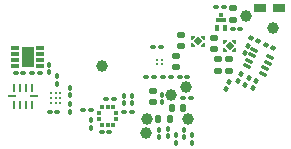
<source format=gbr>
%TF.GenerationSoftware,KiCad,Pcbnew,9.0.5*%
%TF.CreationDate,2025-10-30T22:03:55+01:00*%
%TF.ProjectId,36mm PCB,33366d6d-2050-4434-922e-6b696361645f,rev?*%
%TF.SameCoordinates,Original*%
%TF.FileFunction,Soldermask,Bot*%
%TF.FilePolarity,Negative*%
%FSLAX46Y46*%
G04 Gerber Fmt 4.6, Leading zero omitted, Abs format (unit mm)*
G04 Created by KiCad (PCBNEW 9.0.5) date 2025-10-30 22:03:55*
%MOMM*%
%LPD*%
G01*
G04 APERTURE LIST*
G04 Aperture macros list*
%AMRoundRect*
0 Rectangle with rounded corners*
0 $1 Rounding radius*
0 $2 $3 $4 $5 $6 $7 $8 $9 X,Y pos of 4 corners*
0 Add a 4 corners polygon primitive as box body*
4,1,4,$2,$3,$4,$5,$6,$7,$8,$9,$2,$3,0*
0 Add four circle primitives for the rounded corners*
1,1,$1+$1,$2,$3*
1,1,$1+$1,$4,$5*
1,1,$1+$1,$6,$7*
1,1,$1+$1,$8,$9*
0 Add four rect primitives between the rounded corners*
20,1,$1+$1,$2,$3,$4,$5,0*
20,1,$1+$1,$4,$5,$6,$7,0*
20,1,$1+$1,$6,$7,$8,$9,0*
20,1,$1+$1,$8,$9,$2,$3,0*%
%AMRotRect*
0 Rectangle, with rotation*
0 The origin of the aperture is its center*
0 $1 length*
0 $2 width*
0 $3 Rotation angle, in degrees counterclockwise*
0 Add horizontal line*
21,1,$1,$2,0,0,$3*%
%AMFreePoly0*
4,1,6,0.130000,-0.115000,-0.020000,-0.275000,-0.130000,-0.275000,-0.130000,0.115000,0.130000,0.115000,0.130000,-0.115000,0.130000,-0.115000,$1*%
%AMFreePoly1*
4,1,6,0.130000,-0.275000,0.020000,-0.275000,-0.130000,-0.115000,-0.130000,0.115000,0.130000,0.115000,0.130000,-0.275000,0.130000,-0.275000,$1*%
G04 Aperture macros list end*
%ADD10R,1.000000X0.800000*%
%ADD11RoundRect,0.100000X-0.100000X0.130000X-0.100000X-0.130000X0.100000X-0.130000X0.100000X0.130000X0*%
%ADD12RoundRect,0.100000X-0.130000X-0.100000X0.130000X-0.100000X0.130000X0.100000X-0.130000X0.100000X0*%
%ADD13C,1.000000*%
%ADD14RoundRect,0.100000X0.130000X0.100000X-0.130000X0.100000X-0.130000X-0.100000X0.130000X-0.100000X0*%
%ADD15R,0.280000X0.792000*%
%ADD16R,0.250000X0.792000*%
%ADD17R,0.800000X0.250000*%
%ADD18RoundRect,0.140000X0.170000X-0.140000X0.170000X0.140000X-0.170000X0.140000X-0.170000X-0.140000X0*%
%ADD19RoundRect,0.100000X-0.160082X-0.035690X0.075558X-0.145571X0.160082X0.035690X-0.075558X0.145571X0*%
%ADD20RoundRect,0.100000X-0.035690X0.160082X-0.145571X-0.075558X0.035690X-0.160082X0.145571X0.075558X0*%
%ADD21RoundRect,0.140000X-0.170000X0.140000X-0.170000X-0.140000X0.170000X-0.140000X0.170000X0.140000X0*%
%ADD22RoundRect,0.147500X0.147500X0.172500X-0.147500X0.172500X-0.147500X-0.172500X0.147500X-0.172500X0*%
%ADD23R,0.700000X0.300000*%
%ADD24R,1.000000X1.700000*%
%ADD25RoundRect,0.100000X0.035690X-0.160082X0.145571X0.075558X-0.035690X0.160082X-0.145571X-0.075558X0*%
%ADD26RoundRect,0.140000X0.140000X0.170000X-0.140000X0.170000X-0.140000X-0.170000X0.140000X-0.170000X0*%
%ADD27RoundRect,0.050000X-0.300560X0.029815X0.216036X-0.211077X0.300560X-0.029815X-0.216036X0.211077X0*%
%ADD28C,0.215000*%
%ADD29C,0.173000*%
%ADD30FreePoly0,90.000000*%
%ADD31FreePoly1,90.000000*%
%ADD32FreePoly0,270.000000*%
%ADD33FreePoly1,270.000000*%
%ADD34RotRect,0.520000X0.520000X225.000000*%
%ADD35RoundRect,0.100000X0.100000X-0.130000X0.100000X0.130000X-0.100000X0.130000X-0.100000X-0.130000X0*%
%ADD36R,0.325000X0.300000*%
%ADD37R,0.300000X0.325000*%
%ADD38R,0.350000X0.500000*%
%ADD39R,0.900000X0.440000*%
%ADD40R,0.300000X0.340000*%
G04 APERTURE END LIST*
D10*
%TO.C,J2*%
X165480000Y-95070000D03*
X167080000Y-95070000D03*
%TD*%
D11*
%TO.C,C13*%
X159080000Y-105380000D03*
X159080000Y-106020000D03*
%TD*%
D12*
%TO.C,C4*%
X146230000Y-100560000D03*
X146870000Y-100560000D03*
%TD*%
%TO.C,R18*%
X163180000Y-96830000D03*
X163820000Y-96830000D03*
%TD*%
D13*
%TO.C,TP17*%
X155890000Y-105660000D03*
%TD*%
D11*
%TO.C,C11*%
X148300000Y-100860000D03*
X148300000Y-101500000D03*
%TD*%
D14*
%TO.C,R13*%
X157930000Y-100900000D03*
X157290000Y-100900000D03*
%TD*%
D15*
%TO.C,IC8*%
X146180000Y-103291000D03*
D16*
X145680000Y-103291000D03*
X145180000Y-103291000D03*
X144680000Y-103291000D03*
D17*
X144480000Y-102550000D03*
D16*
X144680000Y-101809000D03*
X145180000Y-101809000D03*
X145680000Y-101809000D03*
X146180000Y-101809000D03*
D17*
X146380000Y-102550000D03*
%TD*%
D14*
%TO.C,R14*%
X156530000Y-100900000D03*
X155890000Y-100900000D03*
%TD*%
D18*
%TO.C,C29*%
X158820000Y-98280000D03*
X158820000Y-97320000D03*
%TD*%
D19*
%TO.C,CSPT1*%
X164769982Y-97614763D03*
X165350018Y-97885237D03*
%TD*%
D14*
%TO.C,C38*%
X159330000Y-100900000D03*
X158690000Y-100900000D03*
%TD*%
%TO.C,R5*%
X151190000Y-103680000D03*
X150550000Y-103680000D03*
%TD*%
D13*
%TO.C,TP20*%
X159280000Y-101790000D03*
%TD*%
D20*
%TO.C,R16*%
X164539999Y-100970000D03*
X164269525Y-101550036D03*
%TD*%
D21*
%TO.C,C24*%
X158390000Y-99140000D03*
X158390000Y-100100000D03*
%TD*%
D18*
%TO.C,C22*%
X163260000Y-96049999D03*
X163260000Y-95090001D03*
%TD*%
D13*
%TO.C,TP18*%
X155900000Y-104430000D03*
%TD*%
D22*
%TO.C,D2*%
X157845000Y-104450000D03*
X156875000Y-104450000D03*
%TD*%
D23*
%TO.C,IC3*%
X144800000Y-99950000D03*
X144800000Y-99450000D03*
X144800000Y-98950000D03*
X144800000Y-98450000D03*
X146900000Y-98450000D03*
X146900000Y-98950000D03*
X146900000Y-99450000D03*
X146900000Y-99950000D03*
D24*
X145850000Y-99200000D03*
%TD*%
D11*
%TO.C,R31*%
X156980000Y-105380000D03*
X156980000Y-106020000D03*
%TD*%
D25*
%TO.C,R15*%
X163639524Y-101260036D03*
X163910000Y-100680000D03*
%TD*%
D20*
%TO.C,C20*%
X165170000Y-101270000D03*
X164899524Y-101850036D03*
%TD*%
D11*
%TO.C,R10*%
X151220000Y-104550000D03*
X151220000Y-105190000D03*
%TD*%
D21*
%TO.C,C2*%
X161930000Y-99420000D03*
X161930000Y-100380000D03*
%TD*%
D26*
%TO.C,C19*%
X158980000Y-103520000D03*
X158020000Y-103520000D03*
%TD*%
D14*
%TO.C,C10*%
X152740000Y-105560000D03*
X152100000Y-105560000D03*
%TD*%
D13*
%TO.C,TP16*%
X152150000Y-100000000D03*
%TD*%
D14*
%TO.C,R17*%
X162420000Y-95010000D03*
X161780000Y-95010000D03*
%TD*%
D27*
%TO.C,TPS3424A11C13ADRLR1*%
X164402368Y-99986994D03*
X164613677Y-99533839D03*
X164824987Y-99080686D03*
X165036297Y-98627533D03*
X166377632Y-99253006D03*
X166166323Y-99706161D03*
X165955013Y-100159314D03*
X165743703Y-100612467D03*
%TD*%
D13*
%TO.C,TP19*%
X158010000Y-102460000D03*
%TD*%
%TO.C,J3*%
X166612885Y-96788273D03*
X164347115Y-95731727D03*
%TD*%
D28*
%TO.C,IC2*%
X148610000Y-103100000D03*
X148610000Y-102700000D03*
X148610000Y-102300000D03*
X148210000Y-103100000D03*
X148210000Y-102700000D03*
X148210000Y-102300000D03*
X147810000Y-103100000D03*
X147810000Y-102700000D03*
X147810000Y-102300000D03*
%TD*%
D21*
%TO.C,C35*%
X156430000Y-102050000D03*
X156430000Y-103010000D03*
%TD*%
D29*
%TO.C,IC7*%
X157210000Y-99430000D03*
X156810000Y-99430000D03*
X157210000Y-99830000D03*
X156810000Y-99830000D03*
%TD*%
D11*
%TO.C,C12*%
X159780000Y-105820000D03*
X159780000Y-106460000D03*
%TD*%
D12*
%TO.C,C14*%
X159020000Y-102710000D03*
X159660000Y-102710000D03*
%TD*%
D30*
%TO.C,LDLN025PU2*%
X159785000Y-98215000D03*
D31*
X159785000Y-97565000D03*
D32*
X160755000Y-97565000D03*
D33*
X160755000Y-98215000D03*
D34*
X160270000Y-97890000D03*
%TD*%
D12*
%TO.C,R11*%
X154010000Y-103870000D03*
X154650000Y-103870000D03*
%TD*%
D11*
%TO.C,R4*%
X149390000Y-101800000D03*
X149390000Y-102440000D03*
%TD*%
D14*
%TO.C,R9*%
X153140000Y-102740000D03*
X152500000Y-102740000D03*
%TD*%
D35*
%TO.C,C36*%
X158380000Y-106470000D03*
X158380000Y-105830000D03*
%TD*%
D30*
%TO.C,LDLN025PU1*%
X162445000Y-98585000D03*
D31*
X162445000Y-97935001D03*
D32*
X163415000Y-97935000D03*
D33*
X163415000Y-98584999D03*
D34*
X162930000Y-98260000D03*
%TD*%
D21*
%TO.C,C30*%
X161590000Y-97590000D03*
X161590000Y-98550000D03*
%TD*%
D35*
%TO.C,R29*%
X153950000Y-103140000D03*
X153950000Y-102500000D03*
%TD*%
D19*
%TO.C,CLPT1*%
X166029982Y-98204762D03*
X166610018Y-98475238D03*
%TD*%
D14*
%TO.C,C9*%
X148340000Y-103870000D03*
X147700000Y-103870000D03*
%TD*%
D35*
%TO.C,R3*%
X149390000Y-103840000D03*
X149390000Y-103200000D03*
%TD*%
D36*
%TO.C,U1*%
X151850000Y-104440000D03*
X151850000Y-103940000D03*
D37*
X152100000Y-103415000D03*
X152600000Y-103415000D03*
X153100000Y-103415000D03*
D36*
X153350000Y-103940000D03*
X153350000Y-104440000D03*
D37*
X153100000Y-104965000D03*
X152600000Y-104965000D03*
X152100000Y-104965000D03*
%TD*%
D25*
%TO.C,R27*%
X162584762Y-101880018D03*
X162855238Y-101299982D03*
%TD*%
D38*
%TO.C,Q7*%
X162525000Y-96760000D03*
X161875000Y-96760000D03*
D39*
X162200000Y-96070000D03*
D40*
X162200000Y-95680000D03*
%TD*%
D11*
%TO.C,R32*%
X147600000Y-99870000D03*
X147600000Y-100510000D03*
%TD*%
%TO.C,C37*%
X157680000Y-105300000D03*
X157680000Y-105940000D03*
%TD*%
D21*
%TO.C,C1*%
X162840000Y-99420000D03*
X162840000Y-100380000D03*
%TD*%
D12*
%TO.C,C23*%
X156470000Y-98360000D03*
X157110000Y-98360000D03*
%TD*%
D14*
%TO.C,C3*%
X145470000Y-100560000D03*
X144830000Y-100560000D03*
%TD*%
D35*
%TO.C,R28*%
X154660000Y-103140000D03*
X154660000Y-102500000D03*
%TD*%
D20*
%TO.C,C21*%
X164485237Y-98279982D03*
X164214763Y-98860018D03*
%TD*%
D13*
%TO.C,TP21*%
X159440000Y-104500000D03*
%TD*%
D11*
%TO.C,C27*%
X157240000Y-102410000D03*
X157240000Y-103050000D03*
%TD*%
M02*

</source>
